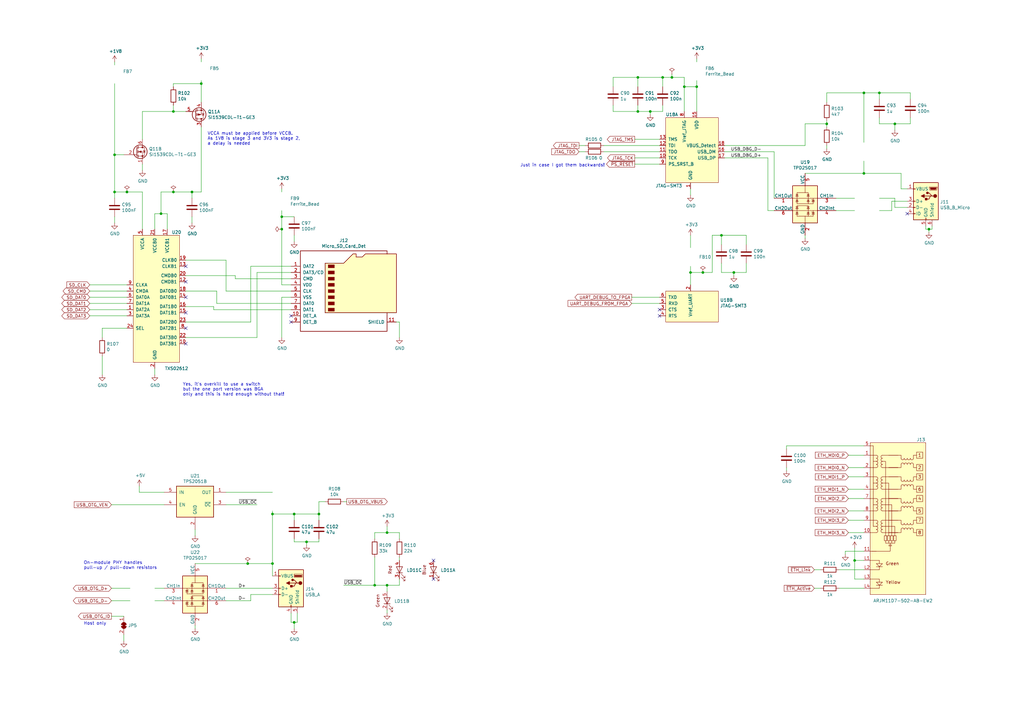
<source format=kicad_sch>
(kicad_sch (version 20210126) (generator eeschema)
  (paper "A3")
  (title_block (rev "DRAFT") (company "M0WUT"))
  (lib_symbols
    (symbol "Connector:Micro_SD_Card_Det" (pin_names (offset 1.016))
      (property "Reference" "J" (at -16.51 17.78 0))
      (property "Value" "Micro_SD_Card_Det" (at 16.51 17.78 0))
      (symbol "Micro_SD_Card_Det_1_1"
        (pin bidirectional line (at -22.86 10.16 0) (length 3.81) (name "DAT2") (number "1"))
        (pin passive line (at -22.86 -10.16 0) (length 3.81) (name "DET_A") (number "10"))
        (pin passive line (at 20.32 -12.7 180) (length 3.81) (name "SHIELD") (number "11"))
        (pin bidirectional line (at -22.86 7.62 0) (length 3.81) (name "DAT3/CD") (number "2"))
        (pin input line (at -22.86 5.08 0) (length 3.81) (name "CMD") (number "3"))
        (pin power_in line (at -22.86 2.54 0) (length 3.81) (name "VDD") (number "4"))
        (pin input line (at -22.86 0 0) (length 3.81) (name "CLK") (number "5"))
        (pin power_in line (at -22.86 -2.54 0) (length 3.81) (name "VSS") (number "6"))
        (pin bidirectional line (at -22.86 -5.08 0) (length 3.81) (name "DAT0") (number "7"))
        (pin bidirectional line (at -22.86 -7.62 0) (length 3.81) (name "DAT1") (number "8"))
        (pin passive line (at -22.86 -12.7 0) (length 3.81) (name "DET_B") (number "9"))
      )
    )
    (symbol "Connector:USB_A" (pin_names (offset 1.016))
      (property "Reference" "J" (at -5.08 11.43 0))
      (property "Value" "USB_A" (at -5.08 8.89 0))
      (symbol "USB_A_1_1"
        (pin power_in line (at 7.62 5.08 180) (length 2.54) (name "VBUS") (number "1"))
        (pin bidirectional line (at 7.62 -2.54 180) (length 2.54) (name "D-") (number "2"))
        (pin bidirectional line (at 7.62 0 180) (length 2.54) (name "D+") (number "3"))
        (pin power_in line (at 0 -10.16 90) (length 2.54) (name "GND") (number "4"))
        (pin passive line (at -2.54 -10.16 90) (length 2.54) (name "Shield") (number "5"))
      )
    )
    (symbol "Connector_WUT:Connector_RJ45_Magjack_Abracon_ARJM11D7-502-AB-EW2" (pin_names (offset 1.016))
      (property "Reference" "J" (at 8.89 19.05 0))
      (property "Value" "Connector_RJ45_Magjack_Abracon_ARJM11D7-502-AB-EW2" (at 25.4 -46.99 0))
      (symbol "Connector_RJ45_Magjack_Abracon_ARJM11D7-502-AB-EW2_0_0"
        (text "1" (at 8.89 12.7 0) (effects (font (size 1.27 1.27))))
        (text "2" (at 8.89 7.62 0) (effects (font (size 1.27 1.27))))
        (text "Green" (at -5.08 -31.75 0) (effects (font (size 1.27 1.27)) (justify left)))
        (text "Yellow" (at -5.08 -39.37 0) (effects (font (size 1.27 1.27)) (justify left)))
      )
      (symbol "Connector_RJ45_Magjack_Abracon_ARJM11D7-502-AB-EW2_1_1"
        (text "3" (at 8.89 3.81 0) (effects (font (size 1.27 1.27))))
        (text "4" (at 8.89 -5.08 0) (effects (font (size 1.27 1.27))))
        (text "5" (at 8.89 -10.16 0) (effects (font (size 1.27 1.27))))
        (text "6" (at 8.89 -1.27 0) (effects (font (size 1.27 1.27))))
        (text "7" (at 8.89 -13.97 0) (effects (font (size 1.27 1.27))))
        (text "8" (at 8.89 -19.05 0) (effects (font (size 1.27 1.27))))
        (pin passive line (at -13.97 12.7 0) (length 2.54) (name "~") (number "1"))
        (pin passive line (at -13.97 -19.05 0) (length 2.54) (name "~") (number "10"))
        (pin passive line (at -13.97 -26.67 0) (length 2.54) (name "~") (number "11"))
        (pin passive line (at -13.97 7.62 0) (length 2.54) (name "~") (number "2"))
        (pin passive line (at -13.97 3.81 0) (length 2.54) (name "~") (number "3"))
        (pin passive line (at -13.97 -1.27 0) (length 2.54) (name "~") (number "4"))
        (pin passive line (at -13.97 16.51 0) (length 2.54) (name "~") (number "5"))
        (pin passive line (at -13.97 16.51 0) (length 2.54) hide (name "~") (number "6"))
        (pin passive line (at -13.97 -5.08 0) (length 2.54) (name "~") (number "7"))
        (pin passive line (at -13.97 -10.16 0) (length 2.54) (name "~") (number "8"))
        (pin passive line (at -13.97 -13.97 0) (length 2.54) (name "~") (number "9"))
        (pin passive line (at -13.97 -30.48 0) (length 2.54) (name "~") (number "L1"))
        (pin passive line (at -13.97 -34.29 0) (length 2.54) (name "~") (number "L2"))
        (pin passive line (at -13.97 -38.1 0) (length 2.54) (name "~") (number "L3"))
        (pin passive line (at -13.97 -41.91 0) (length 2.54) (name "~") (number "L4"))
      )
    )
    (symbol "Connector_WUT:USB_B_Micro" (pin_names (offset 1.016))
      (property "Reference" "J" (at 0 8.89 0))
      (property "Value" "USB_B_Micro" (at 7.62 -8.89 0))
      (symbol "USB_B_Micro_1_1"
        (pin power_out line (at 7.62 5.08 180) (length 2.54) (name "VBUS") (number "1"))
        (pin passive line (at 7.62 -2.54 180) (length 2.54) (name "D-") (number "2"))
        (pin passive line (at 7.62 0 180) (length 2.54) (name "D+") (number "3"))
        (pin passive line (at 7.62 -5.08 180) (length 2.54) (name "ID") (number "4"))
        (pin passive line (at 0 -10.16 90) (length 2.54) (name "GND") (number "5"))
        (pin passive line (at -2.54 -10.16 90) (length 2.54) (name "Shield") (number "6"))
      )
    )
    (symbol "Device:C" (pin_numbers hide) (pin_names (offset 0.254))
      (property "Reference" "C" (at 0.635 2.54 0))
      (property "Value" "C" (at 0.635 -2.54 0))
      (symbol "C_1_1"
        (pin passive line (at 0 3.81 270) (length 2.794) (name "~") (number "1"))
        (pin passive line (at 0 -3.81 90) (length 2.794) (name "~") (number "2"))
      )
    )
    (symbol "Device:R" (pin_numbers hide) (pin_names (offset 0))
      (property "Reference" "R" (at 2.032 0 90))
      (property "Value" "R" (at 0 0 90))
      (symbol "R_1_1"
        (pin passive line (at 0 3.81 270) (length 1.27) (name "~") (number "1"))
        (pin passive line (at 0 -3.81 90) (length 1.27) (name "~") (number "2"))
      )
    )
    (symbol "FET_WUT:SI1539CDL-T1-GE3" (pin_names (offset 1.016))
      (property "Reference" "Q" (at 2.54 2.54 0))
      (property "Value" "SI1539CDL-T1-GE3" (at 11.43 -2.54 0))
      (symbol "SI1539CDL-T1-GE3_1_1"
        (pin passive line (at 0 -5.08 90) (length 2.54) (name "~") (number "3"))
        (pin passive line (at 0 5.08 270) (length 2.54) (name "~") (number "4"))
        (pin input line (at -6.35 1.27 0) (length 2.54) (name "~") (number "5"))
      )
      (symbol "SI1539CDL-T1-GE3_2_1"
        (pin passive line (at 0 -5.08 90) (length 2.54) (name "~") (number "1"))
        (pin input line (at -7.62 -1.27 0) (length 5.334) (name "~") (number "2"))
        (pin passive line (at 0 5.08 270) (length 2.54) (name "~") (number "6"))
      )
    )
    (symbol "IC_WUT:TPS2051B" (pin_names (offset 1.016))
      (property "Reference" "U" (at 0 9.525 0))
      (property "Value" "TPS2051B" (at 0 7.62 0))
      (symbol "TPS2051B_1_1"
        (pin power_out line (at 12.7 3.81 180) (length 5.08) (name "OUT") (number "1"))
        (pin power_in line (at 0 -11.43 90) (length 5.08) (name "GND") (number "2"))
        (pin open_collector line (at 12.7 -1.27 180) (length 5.08) (name "~OC") (number "3"))
        (pin input line (at -12.7 -1.27 0) (length 5.08) (name "EN") (number "4"))
        (pin power_in line (at -12.7 3.81 0) (length 5.08) (name "IN") (number "5"))
      )
    )
    (symbol "IC_WUT:TXS02612" (pin_names (offset 1.016))
      (property "Reference" "U" (at 7.62 27.94 0))
      (property "Value" "TXS02612" (at 7.62 -26.67 0))
      (symbol "TXS02612_1_1"
        (pin bidirectional line (at -11.43 -3.81 0) (length 2.54) (name "DAT2A") (number "1"))
        (pin bidirectional line (at 12.7 -17.78 180) (length 2.54) (name "DAT3B1") (number "10"))
        (pin power_in line (at 0 -27.94 90) (length 2.54) hide (name "GND") (number "11"))
        (pin bidirectional line (at 12.7 7.62 180) (length 2.54) (name "CMDB1") (number "12"))
        (pin bidirectional line (at 12.7 13.97 180) (length 2.54) (name "CLKB1") (number "13"))
        (pin bidirectional line (at 12.7 1.27 180) (length 2.54) (name "DAT0B1") (number "14"))
        (pin bidirectional line (at 12.7 -5.08 180) (length 2.54) (name "DAT1B1") (number "15"))
        (pin bidirectional line (at 12.7 -2.54 180) (length 2.54) (name "DAT1B0") (number "16"))
        (pin power_in line (at 5.08 29.21 270) (length 2.54) (name "VCCB1") (number "17"))
        (pin bidirectional line (at 12.7 3.81 180) (length 2.54) (name "DAT0B0") (number "18"))
        (pin bidirectional line (at 12.7 16.51 180) (length 2.54) (name "CLKB0") (number "19"))
        (pin power_in line (at 0 -27.94 90) (length 2.54) (name "GND") (number "2"))
        (pin bidirectional line (at 12.7 10.16 180) (length 2.54) (name "CMDB0") (number "20"))
        (pin power_in line (at 0 29.21 270) (length 2.54) (name "VCCB0") (number "21"))
        (pin bidirectional line (at 12.7 -15.24 180) (length 2.54) (name "DAT3B0") (number "22"))
        (pin bidirectional line (at 12.7 -8.89 180) (length 2.54) (name "DAT2B0") (number "23"))
        (pin input line (at -11.43 -11.43 0) (length 2.54) (name "SEL") (number "24"))
        (pin power_in line (at 0 -27.94 90) (length 2.54) hide (name "GND") (number "25"))
        (pin bidirectional line (at -11.43 -6.35 0) (length 2.54) (name "DAT3A") (number "3"))
        (pin bidirectional line (at -11.43 3.81 0) (length 2.54) (name "CMDA") (number "4"))
        (pin power_in line (at -5.08 29.21 270) (length 2.54) (name "VCCA") (number "5"))
        (pin bidirectional line (at -11.43 1.27 0) (length 2.54) (name "DAT0A") (number "6"))
        (pin bidirectional line (at -11.43 -1.27 0) (length 2.54) (name "DAT1A") (number "7"))
        (pin bidirectional line (at 12.7 -11.43 180) (length 2.54) (name "DAT2B1") (number "8"))
        (pin bidirectional line (at -11.43 6.35 0) (length 2.54) (name "CLKA") (number "9"))
      )
    )
    (symbol "Jumper:SolderJumper_2_Bridged" (pin_names (offset 0) hide)
      (property "Reference" "JP" (at 0 2.032 0))
      (property "Value" "SolderJumper_2_Bridged" (at 0 -2.54 0))
      (symbol "SolderJumper_2_Bridged_1_1"
        (pin passive line (at -3.81 0 0) (length 2.54) (name "A") (number "1"))
        (pin passive line (at 3.81 0 180) (length 2.54) (name "B") (number "2"))
      )
    )
    (symbol "LED_WUT:LED_Cree_CLX6E-FKC" (pin_names (offset 1.016))
      (property "Reference" "LD" (at 2.54 -2.54 0))
      (symbol "LED_Cree_CLX6E-FKC_1_0"
        (text "Blue" (at 0 3.81 0) (effects (font (size 1.27 1.27))))
      )
      (symbol "LED_Cree_CLX6E-FKC_1_1"
        (pin passive line (at -3.81 0 0) (length 2.54) (name "~") (number "1"))
        (pin passive line (at 3.81 0 180) (length 2.54) (name "~") (number "6"))
      )
      (symbol "LED_Cree_CLX6E-FKC_2_1"
        (text "Green" (at 0 3.81 0) (effects (font (size 1.27 1.27))))
        (pin passive line (at -3.81 0 0) (length 2.54) (name "~") (number "2"))
        (pin passive line (at 3.81 0 180) (length 2.54) (name "~") (number "5"))
      )
      (symbol "LED_Cree_CLX6E-FKC_3_1"
        (text "Red" (at 0 3.81 0) (effects (font (size 1.27 1.27))))
        (pin passive line (at -3.81 0 0) (length 2.54) (name "~") (number "3"))
        (pin passive line (at 3.81 0 180) (length 2.54) (name "~") (number "4"))
      )
    )
    (symbol "Misc_WUT:JTAG-SMT3" (pin_names (offset 1.016))
      (property "Reference" "U" (at 5.08 15.24 0))
      (property "Value" "JTAG-SMT3" (at 10.16 -13.97 0))
      (symbol "JTAG-SMT3_1_1"
        (pin power_in line (at 0 -15.24 90) (length 2.54) (name "GND") (number "1"))
        (pin output line (at 12.7 -2.54 180) (length 2.54) (name "TCK") (number "10"))
        (pin input line (at 12.7 0 180) (length 2.54) (name "TDO") (number "11"))
        (pin output line (at 12.7 2.54 180) (length 2.54) (name "TDI") (number "12"))
        (pin passive line (at 12.7 5.08 180) (length 2.54) (name "TMS") (number "13"))
        (pin power_in line (at 0 -15.24 90) (length 2.54) hide (name "GND") (number "14"))
        (pin power_in line (at -2.54 16.51 270) (length 2.54) (name "VDD") (number "15"))
        (pin bidirectional line (at -13.97 0 0) (length 2.54) (name "USB_DM") (number "16"))
        (pin bidirectional line (at -13.97 -2.54 0) (length 2.54) (name "USB_DP") (number "17"))
        (pin input line (at -13.97 2.54 0) (length 2.54) (name "VBUS_Detect") (number "18"))
        (pin power_in line (at 0 -15.24 90) (length 2.54) hide (name "GND") (number "7"))
        (pin power_in line (at 2.54 16.51 270) (length 2.54) (name "Vref_JTAG") (number "8"))
        (pin output line (at 12.7 -5.08 180) (length 2.54) (name "PS_SRST_B") (number "9"))
      )
      (symbol "JTAG-SMT3_2_1"
        (pin power_in line (at 0 8.89 270) (length 2.54) (name "Vref_UART") (number "2"))
        (pin passive line (at 12.7 -1.27 180) (length 2.54) (name "CTS") (number "3"))
        (pin passive line (at 12.7 -3.81 180) (length 2.54) (name "RTS") (number "4"))
        (pin input line (at 12.7 1.27 180) (length 2.54) (name "RXD") (number "5"))
        (pin output line (at 12.7 3.81 180) (length 2.54) (name "TXD") (number "6"))
      )
    )
    (symbol "Power_Protection:TPD2S017" (pin_names (offset 0))
      (property "Reference" "U" (at 2.54 8.89 0))
      (property "Value" "TPD2S017" (at 2.54 -8.89 0))
      (symbol "TPD2S017_1_1"
        (pin passive line (at 12.7 2.54 180) (length 7.62) (name "CH1Out") (number "1"))
        (pin power_in line (at 0 -12.7 90) (length 5.08) (name "GND") (number "2"))
        (pin passive line (at -12.7 2.54 0) (length 7.62) (name "CH1In") (number "3"))
        (pin passive line (at -12.7 -2.54 0) (length 7.62) (name "CH2Int") (number "4"))
        (pin power_in line (at 0 12.7 270) (length 5.08) (name "VCC") (number "5"))
        (pin passive line (at 12.7 -2.54 180) (length 7.62) (name "CH2Out") (number "6"))
      )
    )
    (symbol "power:+1V8" (power) (pin_names (offset 0))
      (property "Value" "+1V8" (at 0 3.556 0))
      (symbol "+1V8_1_1"
        (pin power_in line (at 0 0 90) (length 0) hide (name "+1V8") (number "1"))
      )
    )
    (symbol "power:+3.3V" (power) (pin_names (offset 0))
      (property "Value" "+3.3V" (at 0 3.556 0))
      (symbol "+3.3V_1_1"
        (pin power_in line (at 0 0 90) (length 0) hide (name "+3V3") (number "1"))
      )
    )
    (symbol "power:+3V3" (power) (pin_names (offset 0))
      (property "Value" "+3V3" (at 0 3.556 0))
      (symbol "+3V3_1_1"
        (pin power_in line (at 0 0 90) (length 0) hide (name "+3V3") (number "1"))
      )
    )
    (symbol "power:+5V" (power) (pin_names (offset 0))
      (property "Value" "+5V" (at 0 3.556 0))
      (symbol "+5V_1_1"
        (pin power_in line (at 0 0 90) (length 0) hide (name "+5V") (number "1"))
      )
    )
    (symbol "power:GND" (power) (pin_names (offset 0))
      (property "Value" "GND" (at 0 -3.81 0))
      (symbol "GND_1_1"
        (pin power_in line (at 0 0 270) (length 0) hide (name "GND") (number "1"))
      )
    )
    (symbol "power:PWR_FLAG" (power) (pin_numbers hide) (pin_names (offset 0) hide)
      (property "Value" "PWR_FLAG" (at 0 3.81 0))
      (symbol "PWR_FLAG_0_0"
        (pin power_out line (at 0 0 90) (length 0) (name "pwr") (number "1"))
      )
    )
  )
  (junction (at 46.99 63.5) (diameter 0.9144))
  (junction (at 46.99 78.74) (diameter 0.9144))
  (junction (at 52.07 78.74) (diameter 0.9144))
  (junction (at 66.04 87.63) (diameter 0.9144))
  (junction (at 71.12 45.72) (diameter 0.9144))
  (junction (at 71.12 78.74) (diameter 0.9144))
  (junction (at 78.74 78.74) (diameter 0.9144))
  (junction (at 82.55 34.29) (diameter 0.9144))
  (junction (at 101.6 231.14) (diameter 0.9144))
  (junction (at 111.76 210.82) (diameter 0.9144))
  (junction (at 111.76 231.14) (diameter 0.9144))
  (junction (at 115.57 88.9) (diameter 0.9144))
  (junction (at 115.57 93.98) (diameter 0.9144))
  (junction (at 120.65 210.82) (diameter 0.9144))
  (junction (at 120.65 255.27) (diameter 0.9144))
  (junction (at 125.73 222.25) (diameter 0.9144))
  (junction (at 130.81 210.82) (diameter 0.9144))
  (junction (at 153.67 240.03) (diameter 0.9144))
  (junction (at 158.75 218.44) (diameter 0.9144))
  (junction (at 158.75 240.03) (diameter 0.9144))
  (junction (at 261.62 31.75) (diameter 0.9144))
  (junction (at 261.62 45.72) (diameter 0.9144))
  (junction (at 266.7 45.72) (diameter 0.9144))
  (junction (at 271.78 31.75) (diameter 0.9144))
  (junction (at 275.59 31.75) (diameter 0.9144))
  (junction (at 280.67 35.56) (diameter 0.9144))
  (junction (at 283.21 111.76) (diameter 0.9144))
  (junction (at 285.75 35.56) (diameter 0.9144))
  (junction (at 288.29 111.76) (diameter 0.9144))
  (junction (at 295.91 96.52) (diameter 0.9144))
  (junction (at 300.99 111.76) (diameter 0.9144))
  (junction (at 339.09 50.8) (diameter 0.9144))
  (junction (at 350.52 229.87) (diameter 0.9144))
  (junction (at 354.33 38.1) (diameter 0.9144))
  (junction (at 354.33 71.12) (diameter 0.9144))
  (junction (at 360.68 38.1) (diameter 0.9144))
  (junction (at 367.03 50.8) (diameter 0.9144))
  (junction (at 381 93.98) (diameter 0.9144))
  (no_connect (at 76.2 109.22))
  (no_connect (at 76.2 115.57))
  (no_connect (at 76.2 121.92))
  (no_connect (at 76.2 128.27))
  (no_connect (at 76.2 134.62))
  (no_connect (at 76.2 140.97))
  (no_connect (at 119.38 129.54))
  (no_connect (at 119.38 132.08))
  (no_connect (at 177.8 229.87))
  (no_connect (at 177.8 237.49))
  (no_connect (at 270.51 127))
  (no_connect (at 270.51 129.54))
  (no_connect (at 372.11 87.63))
  (wire (pts (xy 41.91 134.62) (xy 52.07 134.62)))
  (wire (pts (xy 41.91 138.43) (xy 41.91 134.62)))
  (wire (pts (xy 41.91 153.67) (xy 41.91 146.05)))
  (wire (pts (xy 45.72 241.3) (xy 53.34 241.3)))
  (wire (pts (xy 45.72 252.73) (xy 50.8 252.73)))
  (wire (pts (xy 46.99 26.67) (xy 46.99 25.4)))
  (wire (pts (xy 46.99 34.29) (xy 46.99 63.5)))
  (wire (pts (xy 46.99 63.5) (xy 46.99 78.74)))
  (wire (pts (xy 46.99 78.74) (xy 52.07 78.74)))
  (wire (pts (xy 46.99 81.28) (xy 46.99 78.74)))
  (wire (pts (xy 46.99 88.9) (xy 46.99 91.44)))
  (wire (pts (xy 50.8 63.5) (xy 46.99 63.5)))
  (wire (pts (xy 50.8 262.89) (xy 50.8 260.35)))
  (wire (pts (xy 52.07 78.74) (xy 58.42 78.74)))
  (wire (pts (xy 52.07 116.84) (xy 36.83 116.84)))
  (wire (pts (xy 52.07 119.38) (xy 36.83 119.38)))
  (wire (pts (xy 52.07 121.92) (xy 36.83 121.92)))
  (wire (pts (xy 52.07 124.46) (xy 36.83 124.46)))
  (wire (pts (xy 52.07 127) (xy 36.83 127)))
  (wire (pts (xy 52.07 129.54) (xy 36.83 129.54)))
  (wire (pts (xy 53.34 246.38) (xy 45.72 246.38)))
  (wire (pts (xy 57.15 201.93) (xy 57.15 199.39)))
  (wire (pts (xy 58.42 45.72) (xy 71.12 45.72)))
  (wire (pts (xy 58.42 57.15) (xy 58.42 45.72)))
  (wire (pts (xy 58.42 69.85) (xy 58.42 67.31)))
  (wire (pts (xy 58.42 78.74) (xy 58.42 93.98)))
  (wire (pts (xy 63.5 87.63) (xy 63.5 93.98)))
  (wire (pts (xy 63.5 151.13) (xy 63.5 153.67)))
  (wire (pts (xy 63.5 241.3) (xy 67.31 241.3)))
  (wire (pts (xy 63.5 246.38) (xy 67.31 246.38)))
  (wire (pts (xy 66.04 78.74) (xy 66.04 87.63)))
  (wire (pts (xy 66.04 78.74) (xy 71.12 78.74)))
  (wire (pts (xy 66.04 87.63) (xy 63.5 87.63)))
  (wire (pts (xy 67.31 201.93) (xy 57.15 201.93)))
  (wire (pts (xy 67.31 207.01) (xy 45.72 207.01)))
  (wire (pts (xy 68.58 87.63) (xy 66.04 87.63)))
  (wire (pts (xy 68.58 93.98) (xy 68.58 87.63)))
  (wire (pts (xy 71.12 34.29) (xy 82.55 34.29)))
  (wire (pts (xy 71.12 35.56) (xy 71.12 34.29)))
  (wire (pts (xy 71.12 43.18) (xy 71.12 45.72)))
  (wire (pts (xy 71.12 78.74) (xy 78.74 78.74)))
  (wire (pts (xy 76.2 45.72) (xy 71.12 45.72)))
  (wire (pts (xy 76.2 125.73) (xy 87.63 125.73)))
  (wire (pts (xy 76.2 132.08) (xy 102.87 132.08)))
  (wire (pts (xy 78.74 81.28) (xy 78.74 78.74)))
  (wire (pts (xy 78.74 88.9) (xy 78.74 91.44)))
  (wire (pts (xy 80.01 217.17) (xy 80.01 219.71)))
  (wire (pts (xy 80.01 231.14) (xy 101.6 231.14)))
  (wire (pts (xy 80.01 257.81) (xy 80.01 256.54)))
  (wire (pts (xy 82.55 25.4) (xy 82.55 24.13)))
  (wire (pts (xy 82.55 34.29) (xy 82.55 33.02)))
  (wire (pts (xy 82.55 41.91) (xy 82.55 34.29)))
  (wire (pts (xy 82.55 52.07) (xy 82.55 78.74)))
  (wire (pts (xy 82.55 78.74) (xy 78.74 78.74)))
  (wire (pts (xy 87.63 125.73) (xy 87.63 127)))
  (wire (pts (xy 88.9 119.38) (xy 76.2 119.38)))
  (wire (pts (xy 88.9 124.46) (xy 88.9 119.38)))
  (wire (pts (xy 92.71 106.68) (xy 76.2 106.68)))
  (wire (pts (xy 92.71 119.38) (xy 92.71 106.68)))
  (wire (pts (xy 92.71 201.93) (xy 111.76 201.93)))
  (wire (pts (xy 92.71 207.01) (xy 105.41 207.01)))
  (wire (pts (xy 92.71 241.3) (xy 111.76 241.3)))
  (wire (pts (xy 96.52 113.03) (xy 76.2 113.03)))
  (wire (pts (xy 96.52 114.3) (xy 96.52 113.03)))
  (wire (pts (xy 101.6 231.14) (xy 111.76 231.14)))
  (wire (pts (xy 102.87 109.22) (xy 119.38 109.22)))
  (wire (pts (xy 102.87 132.08) (xy 102.87 109.22)))
  (wire (pts (xy 102.87 243.84) (xy 102.87 246.38)))
  (wire (pts (xy 102.87 246.38) (xy 92.71 246.38)))
  (wire (pts (xy 105.41 111.76) (xy 105.41 138.43)))
  (wire (pts (xy 105.41 111.76) (xy 119.38 111.76)))
  (wire (pts (xy 105.41 138.43) (xy 76.2 138.43)))
  (wire (pts (xy 111.76 209.55) (xy 111.76 210.82)))
  (wire (pts (xy 111.76 210.82) (xy 111.76 231.14)))
  (wire (pts (xy 111.76 231.14) (xy 111.76 236.22)))
  (wire (pts (xy 111.76 243.84) (xy 102.87 243.84)))
  (wire (pts (xy 115.57 77.47) (xy 115.57 78.74)))
  (wire (pts (xy 115.57 86.36) (xy 115.57 88.9)))
  (wire (pts (xy 115.57 88.9) (xy 115.57 93.98)))
  (wire (pts (xy 115.57 88.9) (xy 120.65 88.9)))
  (wire (pts (xy 115.57 93.98) (xy 115.57 116.84)))
  (wire (pts (xy 115.57 121.92) (xy 115.57 138.43)))
  (wire (pts (xy 119.38 114.3) (xy 96.52 114.3)))
  (wire (pts (xy 119.38 116.84) (xy 115.57 116.84)))
  (wire (pts (xy 119.38 119.38) (xy 92.71 119.38)))
  (wire (pts (xy 119.38 121.92) (xy 115.57 121.92)))
  (wire (pts (xy 119.38 124.46) (xy 88.9 124.46)))
  (wire (pts (xy 119.38 127) (xy 87.63 127)))
  (wire (pts (xy 119.38 255.27) (xy 119.38 251.46)))
  (wire (pts (xy 120.65 99.06) (xy 120.65 96.52)))
  (wire (pts (xy 120.65 210.82) (xy 111.76 210.82)))
  (wire (pts (xy 120.65 213.36) (xy 120.65 210.82)))
  (wire (pts (xy 120.65 220.98) (xy 120.65 222.25)))
  (wire (pts (xy 120.65 222.25) (xy 125.73 222.25)))
  (wire (pts (xy 120.65 255.27) (xy 119.38 255.27)))
  (wire (pts (xy 120.65 257.81) (xy 120.65 255.27)))
  (wire (pts (xy 121.92 251.46) (xy 121.92 255.27)))
  (wire (pts (xy 121.92 255.27) (xy 120.65 255.27)))
  (wire (pts (xy 125.73 222.25) (xy 130.81 222.25)))
  (wire (pts (xy 125.73 223.52) (xy 125.73 222.25)))
  (wire (pts (xy 130.81 205.74) (xy 130.81 210.82)))
  (wire (pts (xy 130.81 210.82) (xy 120.65 210.82)))
  (wire (pts (xy 130.81 213.36) (xy 130.81 210.82)))
  (wire (pts (xy 130.81 222.25) (xy 130.81 220.98)))
  (wire (pts (xy 133.35 205.74) (xy 130.81 205.74)))
  (wire (pts (xy 142.24 205.74) (xy 140.97 205.74)))
  (wire (pts (xy 153.67 218.44) (xy 158.75 218.44)))
  (wire (pts (xy 153.67 220.98) (xy 153.67 218.44)))
  (wire (pts (xy 153.67 228.6) (xy 153.67 240.03)))
  (wire (pts (xy 153.67 240.03) (xy 140.97 240.03)))
  (wire (pts (xy 153.67 240.03) (xy 158.75 240.03)))
  (wire (pts (xy 158.75 215.9) (xy 158.75 218.44)))
  (wire (pts (xy 158.75 218.44) (xy 163.83 218.44)))
  (wire (pts (xy 158.75 240.03) (xy 158.75 242.57)))
  (wire (pts (xy 158.75 240.03) (xy 163.83 240.03)))
  (wire (pts (xy 158.75 251.46) (xy 158.75 250.19)))
  (wire (pts (xy 163.83 132.08) (xy 162.56 132.08)))
  (wire (pts (xy 163.83 138.43) (xy 163.83 132.08)))
  (wire (pts (xy 163.83 218.44) (xy 163.83 220.98)))
  (wire (pts (xy 163.83 228.6) (xy 163.83 229.87)))
  (wire (pts (xy 163.83 240.03) (xy 163.83 237.49)))
  (wire (pts (xy 240.03 59.69) (xy 237.49 59.69)))
  (wire (pts (xy 240.03 62.23) (xy 237.49 62.23)))
  (wire (pts (xy 251.46 35.56) (xy 251.46 31.75)))
  (wire (pts (xy 251.46 45.72) (xy 251.46 43.18)))
  (wire (pts (xy 251.46 45.72) (xy 261.62 45.72)))
  (wire (pts (xy 261.62 31.75) (xy 251.46 31.75)))
  (wire (pts (xy 261.62 31.75) (xy 271.78 31.75)))
  (wire (pts (xy 261.62 35.56) (xy 261.62 31.75)))
  (wire (pts (xy 261.62 43.18) (xy 261.62 45.72)))
  (wire (pts (xy 261.62 45.72) (xy 266.7 45.72)))
  (wire (pts (xy 266.7 46.99) (xy 266.7 45.72)))
  (wire (pts (xy 270.51 57.15) (xy 260.35 57.15)))
  (wire (pts (xy 270.51 59.69) (xy 247.65 59.69)))
  (wire (pts (xy 270.51 62.23) (xy 247.65 62.23)))
  (wire (pts (xy 270.51 64.77) (xy 260.35 64.77)))
  (wire (pts (xy 270.51 67.31) (xy 260.35 67.31)))
  (wire (pts (xy 270.51 121.92) (xy 259.08 121.92)))
  (wire (pts (xy 270.51 124.46) (xy 259.08 124.46)))
  (wire (pts (xy 271.78 31.75) (xy 275.59 31.75)))
  (wire (pts (xy 271.78 35.56) (xy 271.78 31.75)))
  (wire (pts (xy 271.78 43.18) (xy 271.78 45.72)))
  (wire (pts (xy 271.78 45.72) (xy 266.7 45.72)))
  (wire (pts (xy 275.59 30.48) (xy 275.59 31.75)))
  (wire (pts (xy 275.59 31.75) (xy 280.67 31.75)))
  (wire (pts (xy 280.67 35.56) (xy 280.67 31.75)))
  (wire (pts (xy 280.67 35.56) (xy 285.75 35.56)))
  (wire (pts (xy 280.67 45.72) (xy 280.67 35.56)))
  (wire (pts (xy 283.21 80.01) (xy 283.21 77.47)))
  (wire (pts (xy 283.21 96.52) (xy 283.21 101.6)))
  (wire (pts (xy 283.21 109.22) (xy 283.21 111.76)))
  (wire (pts (xy 283.21 111.76) (xy 283.21 116.84)))
  (wire (pts (xy 283.21 111.76) (xy 288.29 111.76)))
  (wire (pts (xy 285.75 24.13) (xy 285.75 25.4)))
  (wire (pts (xy 285.75 35.56) (xy 285.75 33.02)))
  (wire (pts (xy 285.75 45.72) (xy 285.75 35.56)))
  (wire (pts (xy 288.29 111.76) (xy 292.1 111.76)))
  (wire (pts (xy 292.1 111.76) (xy 292.1 96.52)))
  (wire (pts (xy 295.91 96.52) (xy 292.1 96.52)))
  (wire (pts (xy 295.91 100.33) (xy 295.91 96.52)))
  (wire (pts (xy 295.91 107.95) (xy 295.91 111.76)))
  (wire (pts (xy 295.91 111.76) (xy 300.99 111.76)))
  (wire (pts (xy 297.18 59.69) (xy 330.2 59.69)))
  (wire (pts (xy 297.18 62.23) (xy 317.5 62.23)))
  (wire (pts (xy 297.18 64.77) (xy 314.96 64.77)))
  (wire (pts (xy 300.99 111.76) (xy 306.07 111.76)))
  (wire (pts (xy 300.99 113.03) (xy 300.99 111.76)))
  (wire (pts (xy 306.07 96.52) (xy 295.91 96.52)))
  (wire (pts (xy 306.07 100.33) (xy 306.07 96.52)))
  (wire (pts (xy 306.07 107.95) (xy 306.07 111.76)))
  (wire (pts (xy 314.96 86.36) (xy 314.96 64.77)))
  (wire (pts (xy 317.5 62.23) (xy 317.5 81.28)))
  (wire (pts (xy 317.5 86.36) (xy 314.96 86.36)))
  (wire (pts (xy 322.58 182.88) (xy 322.58 184.15)))
  (wire (pts (xy 322.58 193.04) (xy 322.58 191.77)))
  (wire (pts (xy 330.2 50.8) (xy 330.2 59.69)))
  (wire (pts (xy 330.2 50.8) (xy 339.09 50.8)))
  (wire (pts (xy 330.2 71.12) (xy 354.33 71.12)))
  (wire (pts (xy 330.2 97.79) (xy 330.2 96.52)))
  (wire (pts (xy 334.01 233.68) (xy 336.55 233.68)))
  (wire (pts (xy 334.01 241.3) (xy 336.55 241.3)))
  (wire (pts (xy 339.09 38.1) (xy 354.33 38.1)))
  (wire (pts (xy 339.09 41.91) (xy 339.09 38.1)))
  (wire (pts (xy 339.09 49.53) (xy 339.09 50.8)))
  (wire (pts (xy 339.09 50.8) (xy 339.09 52.07)))
  (wire (pts (xy 339.09 60.96) (xy 339.09 59.69)))
  (wire (pts (xy 342.9 81.28) (xy 350.52 81.28)))
  (wire (pts (xy 344.17 233.68) (xy 354.33 233.68)))
  (wire (pts (xy 344.17 241.3) (xy 354.33 241.3)))
  (wire (pts (xy 346.71 226.06) (xy 346.71 227.33)))
  (wire (pts (xy 346.71 226.06) (xy 354.33 226.06)))
  (wire (pts (xy 350.52 86.36) (xy 342.9 86.36)))
  (wire (pts (xy 350.52 224.79) (xy 350.52 229.87)))
  (wire (pts (xy 350.52 237.49) (xy 350.52 229.87)))
  (wire (pts (xy 354.33 38.1) (xy 360.68 38.1)))
  (wire (pts (xy 354.33 58.42) (xy 354.33 38.1)))
  (wire (pts (xy 354.33 66.04) (xy 354.33 71.12)))
  (wire (pts (xy 354.33 71.12) (xy 369.57 71.12)))
  (wire (pts (xy 354.33 182.88) (xy 322.58 182.88)))
  (wire (pts (xy 354.33 186.69) (xy 347.98 186.69)))
  (wire (pts (xy 354.33 191.77) (xy 347.98 191.77)))
  (wire (pts (xy 354.33 195.58) (xy 347.98 195.58)))
  (wire (pts (xy 354.33 200.66) (xy 347.98 200.66)))
  (wire (pts (xy 354.33 204.47) (xy 347.98 204.47)))
  (wire (pts (xy 354.33 209.55) (xy 347.98 209.55)))
  (wire (pts (xy 354.33 213.36) (xy 347.98 213.36)))
  (wire (pts (xy 354.33 218.44) (xy 347.98 218.44)))
  (wire (pts (xy 354.33 229.87) (xy 350.52 229.87)))
  (wire (pts (xy 354.33 237.49) (xy 350.52 237.49)))
  (wire (pts (xy 360.68 38.1) (xy 360.68 40.64)))
  (wire (pts (xy 360.68 38.1) (xy 373.38 38.1)))
  (wire (pts (xy 360.68 48.26) (xy 360.68 50.8)))
  (wire (pts (xy 360.68 50.8) (xy 367.03 50.8)))
  (wire (pts (xy 360.68 81.28) (xy 367.03 81.28)))
  (wire (pts (xy 360.68 86.36) (xy 365.76 86.36)))
  (wire (pts (xy 365.76 82.55) (xy 372.11 82.55)))
  (wire (pts (xy 365.76 86.36) (xy 365.76 82.55)))
  (wire (pts (xy 367.03 50.8) (xy 373.38 50.8)))
  (wire (pts (xy 367.03 53.34) (xy 367.03 50.8)))
  (wire (pts (xy 367.03 81.28) (xy 367.03 85.09)))
  (wire (pts (xy 367.03 85.09) (xy 372.11 85.09)))
  (wire (pts (xy 369.57 71.12) (xy 369.57 77.47)))
  (wire (pts (xy 369.57 77.47) (xy 372.11 77.47)))
  (wire (pts (xy 373.38 38.1) (xy 373.38 40.64)))
  (wire (pts (xy 373.38 50.8) (xy 373.38 48.26)))
  (wire (pts (xy 379.73 92.71) (xy 379.73 93.98)))
  (wire (pts (xy 379.73 93.98) (xy 381 93.98)))
  (wire (pts (xy 381 93.98) (xy 382.27 93.98)))
  (wire (pts (xy 381 95.25) (xy 381 93.98)))
  (wire (pts (xy 382.27 93.98) (xy 382.27 92.71)))
  (text "On-module PHY handles\npull-up / pull-down resistors" (at 34.29 233.68 0) (effects (font (size 1.27 1.27)) (justify left bottom)))
  (text "Host only" (at 34.29 256.54 0) (effects (font (size 1.27 1.27)) (justify left bottom)))
  (text "Yes, it's overkill to use a switch\nbut the one port version was BGA \nonly and this is hard enough without that!" (at 74.93 162.56 0) (effects (font (size 1.27 1.27)) (justify left bottom)))
  (text "VCCA must be applied before VCCB.\nAs 1V8 is stage 3 and 3V3 is stage 2,\na delay is needed" (at 85.09 59.69 0) (effects (font (size 1.27 1.27)) (justify left bottom)))
  (text "Just in case I got them backwards!" (at 213.36 68.58 0) (effects (font (size 1.27 1.27)) (justify left bottom)))
  (label "D+" (at 97.79 241.3 0))
  (label "D-" (at 97.79 246.38 0))
  (label "~USB_OC" (at 105.41 207.01 180))
  (label "~USB_OC" (at 140.97 240.03 0))
  (label "USB_DBG_D-" (at 299.72 62.23 0))
  (label "USB_DBG_D+" (at 299.72 64.77 0))
  (global_label "SD_CLK" (shape input) (at 36.83 116.84 180) (property "Intersheet References" "${INTERSHEET_REFS}" (effects hide)))
  (global_label "SD_CMD" (shape bidirectional) (at 36.83 119.38 180) (property "Intersheet References" "${INTERSHEET_REFS}" (effects hide)))
  (global_label "SD_DAT0" (shape bidirectional) (at 36.83 121.92 180) (property "Intersheet References" "${INTERSHEET_REFS}" (effects hide)))
  (global_label "SD_DAT1" (shape bidirectional) (at 36.83 124.46 180) (property "Intersheet References" "${INTERSHEET_REFS}" (effects hide)))
  (global_label "SD_DAT2" (shape bidirectional) (at 36.83 127 180) (property "Intersheet References" "${INTERSHEET_REFS}" (effects hide)))
  (global_label "SD_DAT3" (shape bidirectional) (at 36.83 129.54 180) (property "Intersheet References" "${INTERSHEET_REFS}" (effects hide)))
  (global_label "USB_OTG_VEN" (shape input) (at 45.72 207.01 180) (property "Intersheet References" "${INTERSHEET_REFS}" (effects hide)))
  (global_label "USB_OTG_D+" (shape bidirectional) (at 45.72 241.3 180) (property "Intersheet References" "${INTERSHEET_REFS}" (effects hide)))
  (global_label "USB_OTG_D-" (shape bidirectional) (at 45.72 246.38 180) (property "Intersheet References" "${INTERSHEET_REFS}" (effects hide)))
  (global_label "USB_OTG_ID" (shape output) (at 45.72 252.73 180) (property "Intersheet References" "${INTERSHEET_REFS}" (effects hide)))
  (global_label "USB_OTG_VBUS" (shape output) (at 142.24 205.74 0) (property "Intersheet References" "${INTERSHEET_REFS}" (effects hide)))
  (global_label "JTAG_TDI" (shape output) (at 237.49 59.69 180) (property "Intersheet References" "${INTERSHEET_REFS}" (effects hide)))
  (global_label "JTAG_TDO" (shape input) (at 237.49 62.23 180) (property "Intersheet References" "${INTERSHEET_REFS}" (effects hide)))
  (global_label "UART_DEBUG_TO_FPGA" (shape output) (at 259.08 121.92 180) (property "Intersheet References" "${INTERSHEET_REFS}" (effects hide)))
  (global_label "UART_DEBUG_FROM_FPGA" (shape input) (at 259.08 124.46 180) (property "Intersheet References" "${INTERSHEET_REFS}" (effects hide)))
  (global_label "JTAG_TMS" (shape output) (at 260.35 57.15 180) (property "Intersheet References" "${INTERSHEET_REFS}" (effects hide)))
  (global_label "JTAG_TCK" (shape output) (at 260.35 64.77 180) (property "Intersheet References" "${INTERSHEET_REFS}" (effects hide)))
  (global_label "~PS_RESET" (shape output) (at 260.35 67.31 180) (property "Intersheet References" "${INTERSHEET_REFS}" (effects hide)))
  (global_label "~ETH_Link" (shape input) (at 334.01 233.68 180) (property "Intersheet References" "${INTERSHEET_REFS}" (effects hide)))
  (global_label "~ETH_Active" (shape input) (at 334.01 241.3 180) (property "Intersheet References" "${INTERSHEET_REFS}" (effects hide)))
  (global_label "ETH_MDI0_P" (shape input) (at 347.98 186.69 180) (property "Intersheet References" "${INTERSHEET_REFS}" (effects hide)))
  (global_label "ETH_MDI0_N" (shape input) (at 347.98 191.77 180) (property "Intersheet References" "${INTERSHEET_REFS}" (effects hide)))
  (global_label "ETH_MDI1_P" (shape input) (at 347.98 195.58 180) (property "Intersheet References" "${INTERSHEET_REFS}" (effects hide)))
  (global_label "ETH_MDI1_N" (shape input) (at 347.98 200.66 180) (property "Intersheet References" "${INTERSHEET_REFS}" (effects hide)))
  (global_label "ETH_MDI2_P" (shape input) (at 347.98 204.47 180) (property "Intersheet References" "${INTERSHEET_REFS}" (effects hide)))
  (global_label "ETH_MDI2_N" (shape input) (at 347.98 209.55 180) (property "Intersheet References" "${INTERSHEET_REFS}" (effects hide)))
  (global_label "ETH_MDI3_P" (shape input) (at 347.98 213.36 180) (property "Intersheet References" "${INTERSHEET_REFS}" (effects hide)))
  (global_label "ETH_MDI3_N" (shape input) (at 347.98 218.44 180) (property "Intersheet References" "${INTERSHEET_REFS}" (effects hide)))
  (symbol (lib_id "power:+1V8") (at 46.99 25.4 0) (unit 1)
    (property "Reference" "#PWR0137" (effects hide))
    (property "Value" "+1V8" (at 47.371 21.0058 0))
  )
  (symbol (lib_id "power:+5V") (at 57.15 199.39 0) (unit 1)
    (property "Reference" "#PWR0156" (effects hide))
    (property "Value" "+5V" (at 57.531 194.9958 0))
  )
  (symbol (lib_id "power:+3V3") (at 82.55 24.13 0)
    (property "Reference" "#PWR0135" (effects hide))
    (property "Value" "+3V3" (at 82.931 19.7358 0))
  )
  (symbol (lib_id "power:+3V3") (at 115.57 77.47 0)
    (property "Reference" "#PWR0142" (effects hide))
    (property "Value" "+3V3" (at 115.951 73.0758 0))
  )
  (symbol (lib_id "power:+3.3V") (at 158.75 215.9 0) (unit 1)
    (property "Reference" "#PWR0157" (effects hide))
    (property "Value" "+3.3V" (at 159.131 211.5058 0))
  )
  (symbol (lib_id "power:+3.3V") (at 283.21 96.52 0) (unit 1)
    (property "Reference" "#PWR0147" (effects hide))
    (property "Value" "+3.3V" (at 283.591 92.1258 0))
  )
  (symbol (lib_id "power:+3.3V") (at 285.75 24.13 0) (unit 1)
    (property "Reference" "#PWR0136" (effects hide))
    (property "Value" "+3.3V" (at 286.131 19.7358 0))
  )
  (symbol (lib_id "power:+3.3V") (at 350.52 224.79 0) (unit 1)
    (property "Reference" "#PWR0160" (effects hide))
    (property "Value" "+3.3V" (at 350.901 220.3958 0))
  )
  (symbol (lib_id "power:PWR_FLAG") (at 52.07 78.74 0) (unit 1)
    (property "Reference" "#FLG020" (effects hide))
    (property "Value" "PWR_FLAG" (effects hide))
  )
  (symbol (lib_id "power:PWR_FLAG") (at 71.12 78.74 0) (unit 1)
    (property "Reference" "#FLG021" (effects hide))
    (property "Value" "PWR_FLAG" (effects hide))
  )
  (symbol (lib_id "power:PWR_FLAG") (at 101.6 231.14 0) (unit 1)
    (property "Reference" "#FLG024" (effects hide))
    (property "Value" "PWR_FLAG" (effects hide))
  )
  (symbol (lib_id "power:PWR_FLAG") (at 115.57 93.98 90) (unit 1)
    (property "Reference" "#FLG022" (effects hide))
    (property "Value" "PWR_FLAG" (effects hide))
  )
  (symbol (lib_id "power:PWR_FLAG") (at 275.59 30.48 0) (unit 1)
    (property "Reference" "#FLG019" (effects hide))
    (property "Value" "PWR_FLAG" (effects hide))
  )
  (symbol (lib_id "power:PWR_FLAG") (at 288.29 111.76 0) (unit 1)
    (property "Reference" "#FLG023" (effects hide))
    (property "Value" "PWR_FLAG" (effects hide))
  )
  (symbol (lib_id "power:GND") (at 41.91 153.67 0)
    (property "Reference" "#PWR0153" (effects hide))
    (property "Value" "GND" (at 42.037 158.0642 0))
  )
  (symbol (lib_id "power:GND") (at 46.99 91.44 0) (unit 1)
    (property "Reference" "#PWR0144" (effects hide))
    (property "Value" "GND" (at 47.117 95.8342 0))
  )
  (symbol (lib_id "power:GND") (at 50.8 262.89 0) (unit 1)
    (property "Reference" "#PWR0165" (effects hide))
    (property "Value" "GND" (at 50.927 267.2842 0))
  )
  (symbol (lib_id "power:GND") (at 58.42 69.85 0) (unit 1)
    (property "Reference" "#PWR0141" (effects hide))
    (property "Value" "GND" (at 58.547 74.2442 0))
  )
  (symbol (lib_id "power:GND") (at 63.5 153.67 0)
    (property "Reference" "#PWR0154" (effects hide))
    (property "Value" "GND" (at 63.627 158.0642 0))
  )
  (symbol (lib_id "power:GND") (at 78.74 91.44 0)
    (property "Reference" "#PWR0145" (effects hide))
    (property "Value" "GND" (at 78.867 95.8342 0))
  )
  (symbol (lib_id "power:GND") (at 80.01 219.71 0) (unit 1)
    (property "Reference" "#PWR0158" (effects hide))
    (property "Value" "GND" (at 80.137 224.1042 0))
  )
  (symbol (lib_id "power:GND") (at 80.01 257.81 0) (unit 1)
    (property "Reference" "#PWR0163" (effects hide))
    (property "Value" "GND" (at 80.137 262.2042 0))
  )
  (symbol (lib_id "power:GND") (at 115.57 138.43 0)
    (property "Reference" "#PWR0151" (effects hide))
    (property "Value" "GND" (at 115.697 142.8242 0))
  )
  (symbol (lib_id "power:GND") (at 120.65 99.06 0)
    (property "Reference" "#PWR0149" (effects hide))
    (property "Value" "GND" (at 120.777 103.4542 0))
  )
  (symbol (lib_id "power:GND") (at 120.65 257.81 0) (unit 1)
    (property "Reference" "#PWR0164" (effects hide))
    (property "Value" "GND" (at 120.777 262.2042 0))
  )
  (symbol (lib_id "power:GND") (at 125.73 223.52 0) (unit 1)
    (property "Reference" "#PWR0159" (effects hide))
    (property "Value" "GND" (at 125.857 227.9142 0))
  )
  (symbol (lib_id "power:GND") (at 158.75 251.46 0) (unit 1)
    (property "Reference" "#PWR0162" (effects hide))
    (property "Value" "GND" (at 158.877 255.8542 0))
  )
  (symbol (lib_id "power:GND") (at 163.83 138.43 0)
    (property "Reference" "#PWR0152" (effects hide))
    (property "Value" "GND" (at 163.957 142.8242 0))
  )
  (symbol (lib_id "power:GND") (at 266.7 46.99 0) (unit 1)
    (property "Reference" "#PWR0138" (effects hide))
    (property "Value" "GND" (at 266.827 51.3842 0))
  )
  (symbol (lib_id "power:GND") (at 283.21 80.01 0) (unit 1)
    (property "Reference" "#PWR0143" (effects hide))
    (property "Value" "GND" (at 283.337 84.4042 0))
  )
  (symbol (lib_id "power:GND") (at 300.99 113.03 0) (unit 1)
    (property "Reference" "#PWR0150" (effects hide))
    (property "Value" "GND" (at 301.117 117.4242 0))
  )
  (symbol (lib_id "power:GND") (at 322.58 193.04 0) (unit 1)
    (property "Reference" "#PWR0155" (effects hide))
    (property "Value" "GND" (at 322.707 197.4342 0))
  )
  (symbol (lib_id "power:GND") (at 330.2 97.79 0) (unit 1)
    (property "Reference" "#PWR0148" (effects hide))
    (property "Value" "GND" (at 330.327 102.1842 0))
  )
  (symbol (lib_id "power:GND") (at 339.09 60.96 0) (unit 1)
    (property "Reference" "#PWR0140" (effects hide))
    (property "Value" "GND" (at 339.217 65.3542 0))
  )
  (symbol (lib_id "power:GND") (at 346.71 227.33 0) (unit 1)
    (property "Reference" "#PWR0161" (effects hide))
    (property "Value" "GND" (at 346.837 231.7242 0))
  )
  (symbol (lib_id "power:GND") (at 367.03 53.34 0) (unit 1)
    (property "Reference" "#PWR0139" (effects hide))
    (property "Value" "GND" (at 367.157 57.7342 0))
  )
  (symbol (lib_id "power:GND") (at 381 95.25 0) (unit 1)
    (property "Reference" "#PWR0146" (effects hide))
    (property "Value" "GND" (at 381.127 99.6442 0))
  )
  (symbol (lib_id "Jumper:SolderJumper_2_Bridged") (at 50.8 256.54 270) (unit 1)
    (property "Reference" "JP5" (at 52.5272 256.54 90) (effects (justify left)))
    (property "Value" "SolderJumper_2_Bridged" (effects hide))
    (property "Footprint" "Jumper:SolderJumper-2_P1.3mm_Bridged_RoundedPad1.0x1.5mm" (effects hide))
  )
  (symbol (lib_id "Device:R") (at 41.91 142.24 0) (unit 1)
    (property "Reference" "R107" (at 43.688 141.0716 0) (effects (justify left)))
    (property "Value" "0" (at 43.688 143.383 0) (effects (justify left)))
    (property "Footprint" "Resistor_SMD:R_0603_1608Metric" (effects hide))
  )
  (symbol (lib_id "Device:R") (at 71.12 39.37 0) (unit 1)
    (property "Reference" "R102" (at 72.898 38.2016 0) (effects (justify left)))
    (property "Value" "10k" (at 72.898 40.513 0) (effects (justify left)))
    (property "Footprint" "Resistor_SMD:R_0603_1608Metric" (effects hide))
  )
  (symbol (lib_id "Device:R") (at 137.16 205.74 270) (unit 1)
    (property "Reference" "R108" (at 137.16 200.4822 90))
    (property "Value" "10k" (at 137.16 202.7936 90))
    (property "Footprint" "Resistor_SMD:R_0603_1608Metric" (effects hide))
  )
  (symbol (lib_id "Device:R") (at 153.67 224.79 0) (unit 1)
    (property "Reference" "R109" (at 155.448 223.6216 0) (effects (justify left)))
    (property "Value" "33k" (at 155.448 225.933 0) (effects (justify left)))
    (property "Footprint" "Resistor_SMD:R_0603_1608Metric" (effects hide))
  )
  (symbol (lib_id "Device:R") (at 163.83 224.79 0) (unit 1)
    (property "Reference" "R110" (at 165.608 223.6216 0) (effects (justify left)))
    (property "Value" "22k" (at 165.608 225.933 0) (effects (justify left)))
    (property "Footprint" "Resistor_SMD:R_0603_1608Metric" (effects hide))
  )
  (symbol (lib_id "Device:R") (at 243.84 59.69 270) (unit 1)
    (property "Reference" "R105" (at 242.57 57.15 90))
    (property "Value" "0" (at 246.38 57.15 90))
    (property "Footprint" "Resistor_SMD:R_0603_1608Metric" (effects hide))
  )
  (symbol (lib_id "Device:R") (at 243.84 62.23 90) (unit 1)
    (property "Reference" "R106" (at 242.57 64.77 90))
    (property "Value" "0" (at 246.38 64.77 90))
    (property "Footprint" "Resistor_SMD:R_0603_1608Metric" (effects hide))
  )
  (symbol (lib_id "Device:R") (at 339.09 45.72 0) (unit 1)
    (property "Reference" "R103" (at 340.868 44.5516 0) (effects (justify left)))
    (property "Value" "4k7" (at 340.868 46.863 0) (effects (justify left)))
    (property "Footprint" "Resistor_SMD:R_0603_1608Metric" (effects hide))
  )
  (symbol (lib_id "Device:R") (at 339.09 55.88 0) (unit 1)
    (property "Reference" "R104" (at 340.868 54.7116 0) (effects (justify left)))
    (property "Value" "10k" (at 340.868 57.023 0) (effects (justify left)))
    (property "Footprint" "Resistor_SMD:R_0603_1608Metric" (effects hide))
  )
  (symbol (lib_id "Device:R") (at 340.36 233.68 270) (unit 1)
    (property "Reference" "R111" (at 340.36 231.14 90))
    (property "Value" "1k" (at 340.36 236.22 90))
    (property "Footprint" "Resistor_SMD:R_0603_1608Metric" (effects hide))
  )
  (symbol (lib_id "Device:R") (at 340.36 241.3 270) (unit 1)
    (property "Reference" "R112" (at 340.36 238.76 90))
    (property "Value" "1k" (at 340.36 243.84 90))
    (property "Footprint" "Resistor_SMD:R_0603_1608Metric" (effects hide))
  )
  (symbol (lib_id "Device:C") (at 46.99 85.09 0)
    (property "Reference" "C95" (at 49.911 83.9216 0) (effects (justify left)))
    (property "Value" "100nF" (at 49.911 86.233 0) (effects (justify left)))
    (property "Footprint" "Capacitor_SMD:C_0603_1608Metric" (effects hide))
  )
  (symbol (lib_id "Device:C") (at 78.74 85.09 0)
    (property "Reference" "C96" (at 81.661 83.9216 0) (effects (justify left)))
    (property "Value" "100nF" (at 81.661 86.233 0) (effects (justify left)))
    (property "Footprint" "Capacitor_SMD:C_0603_1608Metric" (effects hide))
  )
  (symbol (lib_id "Device:C") (at 120.65 92.71 0)
    (property "Reference" "C97" (at 123.571 91.5416 0) (effects (justify left)))
    (property "Value" "100nF" (at 123.571 93.853 0) (effects (justify left)))
    (property "Footprint" "Capacitor_SMD:C_0603_1608Metric" (effects hide))
  )
  (symbol (lib_id "Device:C") (at 120.65 217.17 0) (unit 1)
    (property "Reference" "C101" (at 123.571 216.0016 0) (effects (justify left)))
    (property "Value" "47u" (at 123.571 218.313 0) (effects (justify left)))
    (property "Footprint" "Capacitor_SMD:C_1210_3225Metric" (effects hide))
  )
  (symbol (lib_id "Device:C") (at 130.81 217.17 0) (unit 1)
    (property "Reference" "C102" (at 133.731 216.0016 0) (effects (justify left)))
    (property "Value" "47u" (at 133.731 218.313 0) (effects (justify left)))
    (property "Footprint" "Capacitor_SMD:C_1210_3225Metric" (effects hide))
  )
  (symbol (lib_id "Device:C") (at 251.46 39.37 0) (unit 1)
    (property "Reference" "C90" (at 254.381 38.2016 0) (effects (justify left)))
    (property "Value" "1u" (at 254.381 40.513 0) (effects (justify left)))
    (property "Footprint" "Capacitor_SMD:C_0603_1608Metric" (effects hide))
  )
  (symbol (lib_id "Device:C") (at 261.62 39.37 0) (unit 1)
    (property "Reference" "C91" (at 264.541 38.2016 0) (effects (justify left)))
    (property "Value" "100n" (at 264.541 40.513 0) (effects (justify left)))
    (property "Footprint" "Capacitor_SMD:C_0603_1608Metric" (effects hide))
  )
  (symbol (lib_id "Device:C") (at 271.78 39.37 0) (unit 1)
    (property "Reference" "C92" (at 274.701 38.2016 0) (effects (justify left)))
    (property "Value" "100n" (at 274.701 40.513 0) (effects (justify left)))
    (property "Footprint" "Capacitor_SMD:C_0603_1608Metric" (effects hide))
  )
  (symbol (lib_id "Device:C") (at 295.91 104.14 0) (unit 1)
    (property "Reference" "C98" (at 298.831 102.9716 0) (effects (justify left)))
    (property "Value" "1u" (at 298.831 105.283 0) (effects (justify left)))
    (property "Footprint" "Capacitor_SMD:C_0603_1608Metric" (effects hide))
  )
  (symbol (lib_id "Device:C") (at 306.07 104.14 0) (unit 1)
    (property "Reference" "C99" (at 308.991 102.9716 0) (effects (justify left)))
    (property "Value" "100n" (at 308.991 105.283 0) (effects (justify left)))
    (property "Footprint" "Capacitor_SMD:C_0603_1608Metric" (effects hide))
  )
  (symbol (lib_id "Device:C") (at 322.58 187.96 0) (unit 1)
    (property "Reference" "C100" (at 325.501 186.7916 0) (effects (justify left)))
    (property "Value" "100n" (at 325.501 189.103 0) (effects (justify left)))
    (property "Footprint" "Capacitor_SMD:C_0603_1608Metric" (effects hide))
  )
  (symbol (lib_id "Device:C") (at 360.68 44.45 0) (unit 1)
    (property "Reference" "C93" (at 363.601 43.2816 0) (effects (justify left)))
    (property "Value" "1u" (at 363.601 45.593 0) (effects (justify left)))
    (property "Footprint" "Capacitor_SMD:C_0603_1608Metric" (effects hide))
  )
  (symbol (lib_id "Device:C") (at 373.38 44.45 0) (unit 1)
    (property "Reference" "C94" (at 376.301 43.2816 0) (effects (justify left)))
    (property "Value" "100n" (at 376.301 45.593 0) (effects (justify left)))
    (property "Footprint" "Capacitor_SMD:C_0603_1608Metric" (effects hide))
  )
  (symbol (lib_id "LED_WUT:LED_Cree_CLX6E-FKC") (at 158.75 246.38 90) (unit 2)
    (property "Reference" "LD11" (at 161.7472 246.5578 90) (effects (justify right)))
    (property "Value" "LED_Cree_CLX6E-FKC" (effects hide))
    (property "Footprint" "LED_SMD:LED_RGB_PLCC-6" (effects hide))
    (property "Datasheet" "https://www.cree.com/led-components/media/documents/ds-CLX6E-FKC-1359.pdf" (effects hide))
  )
  (symbol (lib_id "LED_WUT:LED_Cree_CLX6E-FKC") (at 163.83 233.68 90) (unit 3)
    (property "Reference" "LD11" (at 166.8272 233.8578 90) (effects (justify right)))
    (property "Value" "LED_Cree_CLX6E-FKC" (effects hide))
    (property "Footprint" "LED_SMD:LED_RGB_PLCC-6" (effects hide))
    (property "Datasheet" "https://www.cree.com/led-components/media/documents/ds-CLX6E-FKC-1359.pdf" (effects hide))
  )
  (symbol (lib_id "LED_WUT:LED_Cree_CLX6E-FKC") (at 177.8 233.68 90) (unit 1)
    (property "Reference" "LD11" (at 180.7718 233.8578 90) (effects (justify right)))
    (property "Value" "LED_Cree_CLX6E-FKC" (effects hide))
    (property "Footprint" "LED_SMD:LED_RGB_PLCC-6" (effects hide))
    (property "Datasheet" "https://www.cree.com/led-components/media/documents/ds-CLX6E-FKC-1359.pdf" (effects hide))
  )
  (symbol (lib_id "FET_WUT:SI1539CDL-T1-GE3") (at 82.55 46.99 0) (unit 1)
    (property "Reference" "Q11" (at 85.2424 45.8216 0) (effects (justify left)))
    (property "Value" "SI1539CDL-T1-GE3" (at 85.2424 48.133 0) (effects (justify left)))
    (property "Footprint" "Package_TO_SOT_SMD:SOT-363_SC-70-6" (effects hide))
    (property "Datasheet" "http://www.farnell.com/datasheets/2046888.pdf?_ga=2.10385267.757253015.1566033402-1939168838.1503764787&_gac=1.194507103.1566045244.Cj0KCQjwy97qBRDoARIsAITONTJuV5xFoCHf_GI1a48CAr1bhcTG8MWnV8MNsj2BZU5FrIPf5CF8XT8aAi5HEALw_wcB" (effects hide))
  )
  (symbol (lib_id "Device:Ferrite_Bead") (at 46.99 30.48 0) (unit 1)
    (property "Reference" "FB7" (at 50.4698 29.3116 0) (effects (justify left)))
    (property "Value" "Ferrite_Bead" (effects hide))
    (property "Footprint" "Resistor_SMD:R_0603_1608Metric" (effects hide))
  )
  (symbol (lib_id "Device:EMI_Filter_CommonMode") (at 58.42 243.84 0) (unit 1)
    (property "Reference" "FL3" (at 58.42 236.7026 0))
    (property "Value" "744231091" (at 58.42 239.014 0))
    (property "Footprint" "Filter_WUT:Wurth_CM_USB_744231091" (effects hide))
  )
  (symbol (lib_id "Device:Ferrite_Bead") (at 82.55 29.21 0) (unit 1)
    (property "Reference" "FB5" (at 86.0298 28.0416 0) (effects (justify left)))
    (property "Value" "Ferrite_Bead" (effects hide))
    (property "Footprint" "Resistor_SMD:R_0603_1608Metric" (effects hide))
  )
  (symbol (lib_id "Device:Ferrite_Bead") (at 111.76 205.74 0) (unit 1)
    (property "Reference" "FB11" (at 115.2398 205.74 0) (effects (justify left)))
    (property "Value" "Ferrite_Bead" (effects hide))
    (property "Footprint" "Resistor_SMD:R_0603_1608Metric" (effects hide))
  )
  (symbol (lib_id "Device:Ferrite_Bead") (at 115.57 82.55 0) (unit 1)
    (property "Reference" "FB9" (at 119.0498 81.3816 0) (effects (justify left)))
    (property "Value" "Ferrite_Bead" (at 119.0498 83.693 0) (effects (justify left)))
    (property "Footprint" "Resistor_SMD:R_0603_1608Metric" (effects hide))
  )
  (symbol (lib_id "Device:Ferrite_Bead") (at 283.21 105.41 0) (unit 1)
    (property "Reference" "FB10" (at 286.6898 105.41 0) (effects (justify left)))
    (property "Value" "Ferrite_Bead" (effects hide))
    (property "Footprint" "Resistor_SMD:R_0603_1608Metric" (effects hide))
  )
  (symbol (lib_id "Device:Ferrite_Bead") (at 285.75 29.21 0) (unit 1)
    (property "Reference" "FB6" (at 289.2298 28.0416 0) (effects (justify left)))
    (property "Value" "Ferrite_Bead" (at 289.2298 30.353 0) (effects (justify left)))
    (property "Footprint" "Resistor_SMD:R_0603_1608Metric" (effects hide))
  )
  (symbol (lib_id "Device:Ferrite_Bead") (at 354.33 62.23 0) (unit 1)
    (property "Reference" "FB8" (at 357.8098 61.0616 0) (effects (justify left)))
    (property "Value" "Ferrite_Bead" (effects hide))
    (property "Footprint" "Resistor_SMD:R_0603_1608Metric" (effects hide))
  )
  (symbol (lib_id "Device:EMI_Filter_CommonMode") (at 355.6 83.82 0) (mirror y) (unit 1)
    (property "Reference" "FL2" (at 355.6 76.6826 0))
    (property "Value" "744231091" (at 355.6 78.994 0))
    (property "Footprint" "Filter_WUT:Wurth_CM_USB_744231091" (effects hide))
  )
  (symbol (lib_id "FET_WUT:SI1539CDL-T1-GE3") (at 58.42 62.23 0) (unit 2)
    (property "Reference" "Q11" (at 61.1124 61.0616 0) (effects (justify left)))
    (property "Value" "SI1539CDL-T1-GE3" (at 61.1124 63.373 0) (effects (justify left)))
    (property "Footprint" "Package_TO_SOT_SMD:SOT-363_SC-70-6" (effects hide))
    (property "Datasheet" "http://www.farnell.com/datasheets/2046888.pdf?_ga=2.10385267.757253015.1566033402-1939168838.1503764787&_gac=1.194507103.1566045244.Cj0KCQjwy97qBRDoARIsAITONTJuV5xFoCHf_GI1a48CAr1bhcTG8MWnV8MNsj2BZU5FrIPf5CF8XT8aAi5HEALw_wcB" (effects hide))
  )
  (symbol (lib_id "Connector:USB_A") (at 119.38 241.3 0) (mirror y) (unit 1)
    (property "Reference" "J14" (at 125.222 241.5794 0) (effects (justify right)))
    (property "Value" "USB_A" (at 125.222 243.8908 0) (effects (justify right)))
    (property "Footprint" "Connector_WUT:USB-A_Wurth_61400416021_TH_RA" (effects hide))
    (property "Datasheet" " ~" (effects hide))
  )
  (symbol (lib_id "Connector_WUT:USB_B_Micro") (at 379.73 82.55 0) (mirror y) (unit 1)
    (property "Reference" "J11" (at 385.572 82.8294 0) (effects (justify right)))
    (property "Value" "USB_B_Micro" (at 385.572 85.1408 0) (effects (justify right)))
    (property "Footprint" "Connector_WUT:Micro-USB_Amphenol_MUSB-K152-30_Horizontal_TH" (effects hide))
  )
  (symbol (lib_id "Misc_WUT:JTAG-SMT3") (at 283.21 125.73 0) (mirror y) (unit 2)
    (property "Reference" "U18" (at 295.3512 123.0884 0) (effects (justify right)))
    (property "Value" "JTAG-SMT3" (at 295.3512 125.3998 0) (effects (justify right)))
    (property "Footprint" "Misc_WUT:JTAG-SMT3-NC" (effects hide))
  )
  (symbol (lib_id "IC_WUT:TPS2051B") (at 80.01 205.74 0) (unit 1)
    (property "Reference" "U21" (at 80.01 195.1482 0))
    (property "Value" "TPS2051B" (at 80.01 197.4596 0))
    (property "Footprint" "Package_TO_SOT_SMD:SOT-23-5" (effects hide))
    (property "Datasheet" "http://www.ti.com/lit/ds/symlink/tps2041.pdf" (effects hide))
  )
  (symbol (lib_id "Power_Protection:TPD2S017") (at 80.01 243.84 0) (unit 1)
    (property "Reference" "U22" (at 80.01 226.5426 0))
    (property "Value" "TPD2S017" (at 80.01 228.854 0))
    (property "Footprint" "Package_TO_SOT_SMD:SOT-23-6" (effects hide))
    (property "Datasheet" "http://www.ti.com/lit/ds/symlink/tpd2s017.pdf" (effects hide))
  )
  (symbol (lib_id "Power_Protection:TPD2S017") (at 330.2 83.82 0) (mirror y) (unit 1)
    (property "Reference" "U19" (at 330.2 66.5226 0))
    (property "Value" "TPD2S017" (at 330.2 68.834 0))
    (property "Footprint" "Package_TO_SOT_SMD:SOT-23-6" (effects hide))
    (property "Datasheet" "http://www.ti.com/lit/ds/symlink/tpd2s017.pdf" (effects hide))
  )
  (symbol (lib_id "Misc_WUT:JTAG-SMT3") (at 283.21 62.23 0) (mirror y) (unit 1)
    (property "Reference" "U18" (at 275.59 46.99 0))
    (property "Value" "JTAG-SMT3" (at 274.32 76.2 0))
    (property "Footprint" "Misc_WUT:JTAG-SMT3-NC" (effects hide))
  )
  (symbol (lib_id "IC_WUT:TXS02612") (at 63.5 123.19 0)
    (property "Reference" "U20" (at 72.39 95.25 0))
    (property "Value" "TXS02612" (at 72.39 151.13 0))
    (property "Footprint" "IC_WUT:WQFN-24-1EP_4.1x4.1mm_P0.5mm_EP2.45x2.45mm" (effects hide))
    (property "Datasheet" "http://www.ti.com/lit/ds/symlink/txs02612.pdf" (effects hide))
  )
  (symbol (lib_id "Connector:Micro_SD_Card_Det") (at 142.24 119.38 0)
    (property "Reference" "J12" (at 140.97 98.6282 0))
    (property "Value" "Micro_SD_Card_Det" (at 140.97 100.9396 0))
    (property "Footprint" "Connector_WUT:Micro-SD_Molex_503398-1892" (effects hide))
    (property "Datasheet" "https://www.hirose.com/product/en/download_file/key_name/DM3/category/Catalog/doc_file_id/49662/?file_category_id=4&item_id=195&is_series=1" (effects hide))
  )
  (symbol (lib_id "Connector_WUT:Connector_RJ45_Magjack_Abracon_ARJM11D7-502-AB-EW2") (at 368.3 199.39 0) (unit 1)
    (property "Reference" "J13" (at 375.92 180.34 0) (effects (justify left)))
    (property "Value" "ARJM11D7-502-AB-EW2" (at 358.14 246.38 0) (effects (justify left)))
    (property "Footprint" "Connector_WUT:Connector_RJ45_Magjack_Abracon_ARJM11D7-502-AB-EW2" (effects hide))
  )
)
</source>
